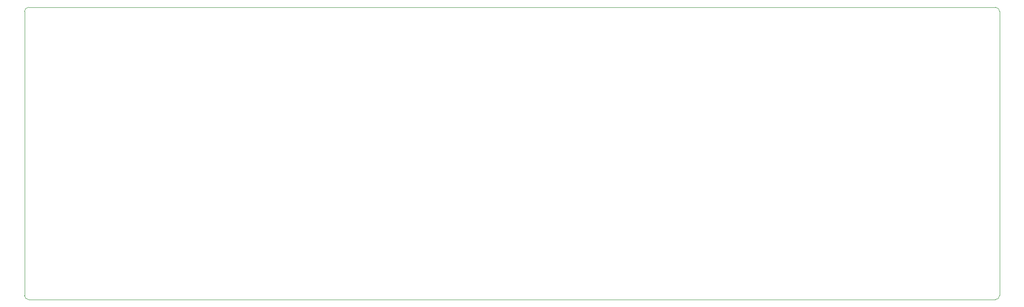
<source format=gbr>
G04 #@! TF.GenerationSoftware,KiCad,Pcbnew,(5.1.4)-1*
G04 #@! TF.CreationDate,2020-11-05T18:39:36-08:00*
G04 #@! TF.ProjectId,bottom,626f7474-6f6d-42e6-9b69-6361645f7063,rev?*
G04 #@! TF.SameCoordinates,Original*
G04 #@! TF.FileFunction,Profile,NP*
%FSLAX46Y46*%
G04 Gerber Fmt 4.6, Leading zero omitted, Abs format (unit mm)*
G04 Created by KiCad (PCBNEW (5.1.4)-1) date 2020-11-05 18:39:36*
%MOMM*%
%LPD*%
G04 APERTURE LIST*
%ADD10C,0.050000*%
G04 APERTURE END LIST*
D10*
X13493750Y-14287500D02*
X13493750Y-69850000D01*
X203200000Y-13493750D02*
X14287500Y-13493750D01*
X203993750Y-69850000D02*
X203993750Y-14287500D01*
X14287500Y-70643750D02*
X203200000Y-70643750D01*
X14287500Y-70643750D02*
G75*
G02X13493750Y-69850000I0J793750D01*
G01*
X13493750Y-14287500D02*
G75*
G02X14287500Y-13493750I793750J0D01*
G01*
X203200000Y-13493750D02*
G75*
G02X203993750Y-14287500I0J-793750D01*
G01*
X203993750Y-69850000D02*
G75*
G02X203200000Y-70643750I-793750J0D01*
G01*
M02*

</source>
